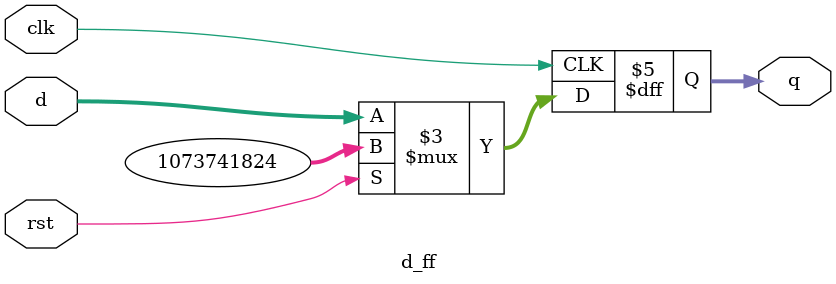
<source format=v>
module d_ff #(parameter BUS_WIDTH = 32) (
    input [BUS_WIDTH - 1:0] d,
    input clk,
    input rst,
    output reg [BUS_WIDTH - 1:0] q
);

    always @(posedge clk) begin
        if (rst)
            q <= 32'h40000000;
        else
            q <= d;
        end
endmodule

</source>
